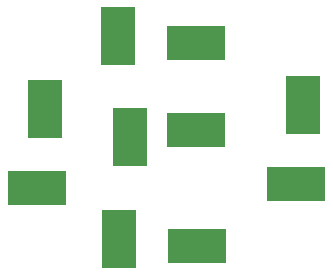
<source format=gbr>
%TF.GenerationSoftware,KiCad,Pcbnew,8.0.7*%
%TF.CreationDate,2025-04-11T02:00:03-04:00*%
%TF.ProjectId,1M_4F,314d5f34-462e-46b6-9963-61645f706362,rev?*%
%TF.SameCoordinates,Original*%
%TF.FileFunction,Soldermask,Bot*%
%TF.FilePolarity,Negative*%
%FSLAX46Y46*%
G04 Gerber Fmt 4.6, Leading zero omitted, Abs format (unit mm)*
G04 Created by KiCad (PCBNEW 8.0.7) date 2025-04-11 02:00:03*
%MOMM*%
%LPD*%
G01*
G04 APERTURE LIST*
%ADD10R,3.000000X5.000000*%
%ADD11R,5.000000X3.000000*%
G04 APERTURE END LIST*
D10*
%TO.C,J1*%
X97207100Y-47653300D03*
D11*
X102844600Y-47040800D03*
%TD*%
%TO.C,J5*%
X89387500Y-51925000D03*
D10*
X90000000Y-45287500D03*
%TD*%
%TO.C,J3*%
X96275000Y-56262500D03*
D11*
X102912500Y-56875000D03*
%TD*%
%TO.C,J4*%
X111262500Y-51575000D03*
D10*
X111875000Y-44937500D03*
%TD*%
%TO.C,J2*%
X96200000Y-39050000D03*
D11*
X102837500Y-39662500D03*
%TD*%
M02*

</source>
